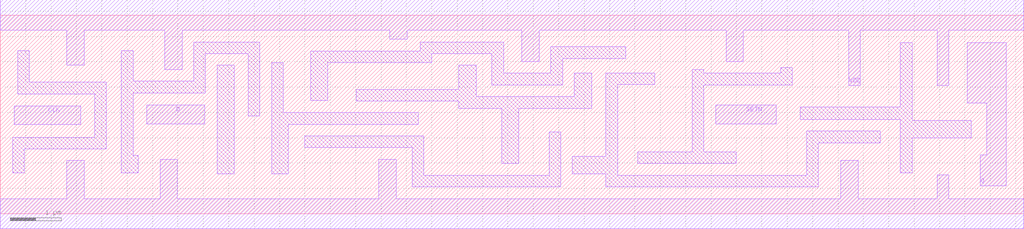
<source format=lef>
# Copyright 2022 GlobalFoundries PDK Authors
#
# Licensed under the Apache License, Version 2.0 (the "License");
# you may not use this file except in compliance with the License.
# You may obtain a copy of the License at
#
#      http://www.apache.org/licenses/LICENSE-2.0
#
# Unless required by applicable law or agreed to in writing, software
# distributed under the License is distributed on an "AS IS" BASIS,
# WITHOUT WARRANTIES OR CONDITIONS OF ANY KIND, either express or implied.
# See the License for the specific language governing permissions and
# limitations under the License.

MACRO gf180mcu_fd_sc_mcu7t5v0__dffsnq_1
  CLASS core ;
  FOREIGN gf180mcu_fd_sc_mcu7t5v0__dffsnq_1 0.0 0.0 ;
  ORIGIN 0 0 ;
  SYMMETRY X Y ;
  SITE GF018hv5v_mcu_sc7 ;
  SIZE 20.16 BY 3.92 ;
  PIN D
    DIRECTION INPUT ;
    ANTENNAGATEAREA 0.4685 ;
    PORT
      LAYER METAL1 ;
        POLYGON 2.89 1.77 4.03 1.77 4.03 2.15 2.89 2.15  ;
    END
  END D
  PIN SETN
    DIRECTION INPUT ;
    ANTENNAGATEAREA 1.1415 ;
    PORT
      LAYER METAL1 ;
        POLYGON 14.09 1.77 15.285 1.77 15.285 2.15 14.09 2.15  ;
    END
  END SETN
  PIN CLK
    DIRECTION INPUT ;
    USE clock ;
    ANTENNAGATEAREA 0.6755 ;
    PORT
      LAYER METAL1 ;
        POLYGON 0.28 1.765 1.59 1.765 1.59 2.13 0.28 2.13  ;
    END
  END CLK
  PIN Q
    DIRECTION OUTPUT ;
    ANTENNADIFFAREA 1.0147 ;
    PORT
      LAYER METAL1 ;
        POLYGON 19.045 2.19 19.12 2.19 19.425 2.19 19.425 1.16 19.3 1.16 19.3 0.55 19.815 0.55 19.815 3.38 19.12 3.38 19.045 3.38  ;
    END
  END Q
  PIN VDD
    DIRECTION INOUT ;
    USE power ;
    SHAPE ABUTMENT ;
    PORT
      LAYER METAL1 ;
        POLYGON 0 3.62 1.31 3.62 1.31 2.93 1.65 2.93 1.65 3.62 2.09 3.62 3.24 3.62 3.24 2.845 3.58 2.845 3.58 3.62 5.115 3.62 7.675 3.62 7.675 3.445 8.015 3.445 8.015 3.62 10.275 3.62 10.275 3.005 10.615 3.005 10.615 3.62 12.315 3.62 14.295 3.62 14.295 3.005 14.635 3.005 14.635 3.62 15.6 3.62 16.71 3.62 16.71 2.53 16.94 2.53 16.94 3.62 18.45 3.62 18.45 2.53 18.68 2.53 18.68 3.62 19.12 3.62 20.16 3.62 20.16 4.22 19.12 4.22 15.6 4.22 12.315 4.22 5.115 4.22 2.09 4.22 0 4.22  ;
    END
  END VDD
  PIN VSS
    DIRECTION INOUT ;
    USE ground ;
    SHAPE ABUTMENT ;
    PORT
      LAYER METAL1 ;
        POLYGON 0 -0.3 20.16 -0.3 20.16 0.3 18.68 0.3 18.68 0.765 18.45 0.765 18.45 0.3 16.895 0.3 16.895 1.05 16.555 1.05 16.555 0.3 7.795 0.3 7.795 1.075 7.455 1.075 7.455 0.3 3.49 0.3 3.49 1.075 3.15 1.075 3.15 0.3 1.65 0.3 1.65 1.05 1.31 1.05 1.31 0.3 0 0.3  ;
    END
  END VSS
  OBS
      LAYER METAL1 ;
        POLYGON 0.345 2.36 1.86 2.36 1.86 1.51 0.245 1.51 0.245 0.81 0.475 0.81 0.475 1.28 2.09 1.28 2.09 2.595 0.575 2.595 0.575 3.225 0.345 3.225  ;
        POLYGON 4.27 0.79 4.61 0.79 4.61 2.93 4.27 2.93  ;
        POLYGON 2.62 2.38 4.04 2.38 4.04 3.16 4.885 3.16 4.885 1.93 5.115 1.93 5.115 3.39 3.81 3.39 3.81 2.615 2.615 2.615 2.615 3.225 2.385 3.225 2.385 0.81 2.715 0.81 2.715 1.15 2.62 1.15  ;
        POLYGON 5.345 0.79 5.675 0.79 5.675 1.765 8.235 1.765 8.235 1.995 5.575 1.995 5.575 2.985 5.345 2.985  ;
        POLYGON 6 1.305 8.11 1.305 8.11 0.53 11.04 0.53 11.04 1.615 10.81 1.615 10.81 0.76 8.34 0.76 8.34 1.535 6 1.535  ;
        POLYGON 7.015 2.225 9.035 2.225 9.035 2.08 9.875 2.08 9.875 0.99 10.215 0.99 10.215 2.08 11.645 2.08 11.645 2.78 11.305 2.78 11.305 2.31 9.375 2.31 9.375 2.93 9.035 2.93 9.035 2.455 7.015 2.455  ;
        POLYGON 6.115 2.24 6.455 2.24 6.455 2.985 8.5 2.985 8.5 3.16 9.685 3.16 9.685 2.54 11.075 2.54 11.075 3.065 12.315 3.065 12.315 3.295 10.845 3.295 10.845 2.775 9.915 2.775 9.915 3.39 8.27 3.39 8.27 3.215 6.115 3.215  ;
        POLYGON 13.86 2.54 15.6 2.54 15.6 2.885 15.37 2.885 15.37 2.775 13.86 2.775 13.86 2.845 13.63 2.845 13.63 1.22 12.555 1.22 12.555 0.99 14.495 0.99 14.495 1.22 13.86 1.22  ;
        POLYGON 11.27 0.79 11.93 0.79 11.93 0.53 16.11 0.53 16.11 1.395 17.335 1.395 17.335 1.63 15.88 1.63 15.88 0.76 12.16 0.76 12.16 2.55 12.895 2.55 12.895 2.78 11.93 2.78 11.93 1.13 11.27 1.13  ;
        POLYGON 15.755 1.86 17.73 1.86 17.73 0.805 17.96 0.805 17.96 1.5 19.12 1.5 19.12 1.84 17.96 1.84 17.96 3.38 17.73 3.38 17.73 2.105 15.755 2.105  ;
  END
END gf180mcu_fd_sc_mcu7t5v0__dffsnq_1

</source>
